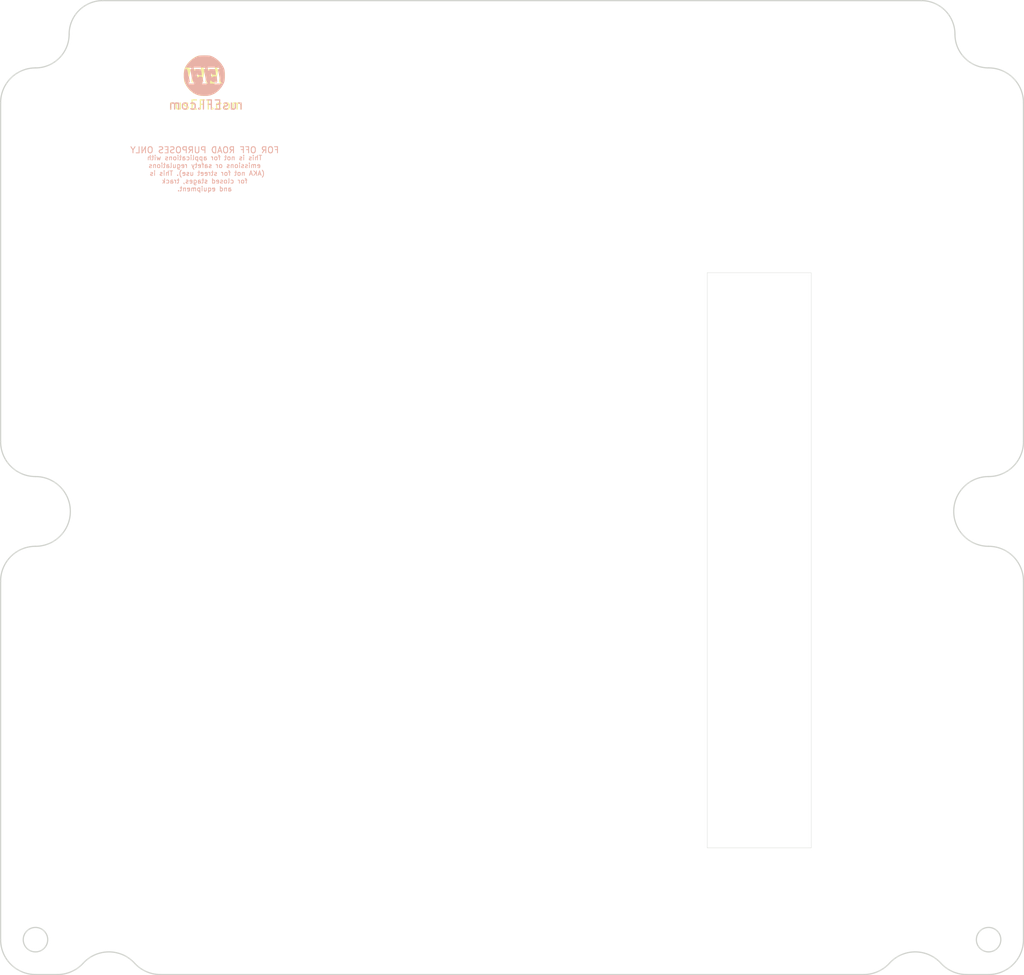
<source format=kicad_pcb>
(kicad_pcb (version 20171130) (host pcbnew "(5.1.7)-1")

  (general
    (thickness 1.6)
    (drawings 40)
    (tracks 0)
    (zones 0)
    (modules 3)
    (nets 1)
  )

  (page A3)
  (layers
    (0 F.Cu signal)
    (31 B.Cu signal)
    (32 B.Adhes user)
    (33 F.Adhes user)
    (34 B.Paste user)
    (35 F.Paste user)
    (36 B.SilkS user)
    (37 F.SilkS user)
    (38 B.Mask user)
    (39 F.Mask user)
    (40 Dwgs.User user)
    (41 Cmts.User user)
    (42 Eco1.User user)
    (43 Eco2.User user)
    (44 Edge.Cuts user)
    (45 Margin user)
    (46 B.CrtYd user)
    (47 F.CrtYd user)
    (48 B.Fab user)
    (49 F.Fab user)
  )

  (setup
    (last_trace_width 0.25)
    (trace_clearance 0.2)
    (zone_clearance 0.508)
    (zone_45_only no)
    (trace_min 0.2)
    (via_size 0.8)
    (via_drill 0.4)
    (via_min_size 0.4)
    (via_min_drill 0.3)
    (uvia_size 0.3)
    (uvia_drill 0.1)
    (uvias_allowed no)
    (uvia_min_size 0.2)
    (uvia_min_drill 0.1)
    (edge_width 0.05)
    (segment_width 0.2)
    (pcb_text_width 0.3)
    (pcb_text_size 1.5 1.5)
    (mod_edge_width 0.12)
    (mod_text_size 1 1)
    (mod_text_width 0.15)
    (pad_size 1.524 1.524)
    (pad_drill 0.762)
    (pad_to_mask_clearance 0)
    (aux_axis_origin 0 0)
    (visible_elements 7FFFFFFF)
    (pcbplotparams
      (layerselection 0x010fc_ffffffff)
      (usegerberextensions true)
      (usegerberattributes true)
      (usegerberadvancedattributes true)
      (creategerberjobfile true)
      (excludeedgelayer false)
      (linewidth 0.100000)
      (plotframeref false)
      (viasonmask false)
      (mode 1)
      (useauxorigin false)
      (hpglpennumber 1)
      (hpglpenspeed 20)
      (hpglpendiameter 15.000000)
      (psnegative false)
      (psa4output false)
      (plotreference true)
      (plotvalue true)
      (plotinvisibletext false)
      (padsonsilk false)
      (subtractmaskfromsilk false)
      (outputformat 1)
      (mirror false)
      (drillshape 0)
      (scaleselection 1)
      (outputdirectory "gerber/"))
  )

  (net 0 "")

  (net_class Default "This is the default net class."
    (clearance 0.2)
    (trace_width 0.25)
    (via_dia 0.8)
    (via_drill 0.4)
    (uvia_dia 0.3)
    (uvia_drill 0.1)
  )

  (module rusefi:Off_Road_Disclaimer (layer B.Cu) (tedit 5EC64B48) (tstamp 5FB9B81C)
    (at 129.35 78.1 180)
    (fp_text reference G? (at 0 5.715) (layer B.SilkS) hide
      (effects (font (size 1.524 1.524) (thickness 0.3048)) (justify mirror))
    )
    (fp_text value Disclaimer (at 0 8.255) (layer B.SilkS) hide
      (effects (font (size 1.524 1.524) (thickness 0.3048)) (justify mirror))
    )
    (fp_text user "and equipment." (at 0 -3.175) (layer B.SilkS)
      (effects (font (size 0.762 0.762) (thickness 0.127)) (justify mirror))
    )
    (fp_text user "for closed stages, track" (at 0 -1.905) (layer B.SilkS)
      (effects (font (size 0.762 0.762) (thickness 0.127)) (justify mirror))
    )
    (fp_text user "(AKA not for street use). This is " (at -0.127 -0.635) (layer B.SilkS)
      (effects (font (size 0.762 0.762) (thickness 0.127)) (justify mirror))
    )
    (fp_text user "emissions or safety regulations" (at 0 0.635) (layer B.SilkS)
      (effects (font (size 0.762 0.762) (thickness 0.127)) (justify mirror))
    )
    (fp_text user "This is not for applications with" (at 0 1.905) (layer B.SilkS)
      (effects (font (size 0.762 0.762) (thickness 0.127)) (justify mirror))
    )
    (fp_text user "FOR OFF ROAD PURPOSES ONLY" (at 0 3.175) (layer B.SilkS)
      (effects (font (size 1 1) (thickness 0.15)) (justify mirror))
    )
  )

  (module rusefi:LOGO (layer F.Cu) (tedit 5C163912) (tstamp 5FB9B54F)
    (at 129.3 62.8)
    (fp_text reference G? (at 0 4.14782) (layer F.SilkS) hide
      (effects (font (size 1.524 1.524) (thickness 0.3048)))
    )
    (fp_text value LOGO (at 0 -4.14782) (layer F.SilkS) hide
      (effects (font (size 1.524 1.524) (thickness 0.3048)))
    )
    (fp_poly (pts (xy 3.3528 -0.39624) (xy 3.35026 0.29972) (xy 3.19532 0.9906) (xy 2.8956 1.64338)
      (xy 2.46634 2.21996) (xy 2.31394 2.37744) (xy 1.80086 2.794) (xy 1.27508 3.07086)
      (xy 0.68834 3.2258) (xy 0.127 3.27406) (xy -0.46736 3.26898) (xy -0.9271 3.2004)
      (xy -1.05664 3.16484) (xy -1.73482 2.86258) (xy -2.32156 2.41808) (xy -2.8194 1.83134)
      (xy -3.10896 1.3462) (xy -3.21564 1.12776) (xy -3.28422 0.92964) (xy -3.32232 0.70866)
      (xy -3.3401 0.4191) (xy -3.34518 0.01016) (xy -3.34518 -0.04318) (xy -3.3401 -0.46736)
      (xy -3.32486 -0.77216) (xy -3.28676 -1.0033) (xy -3.22072 -1.21158) (xy -3.11658 -1.44272)
      (xy -3.10134 -1.46812) (xy -2.7686 -1.99644) (xy -2.31648 -2.49428) (xy -1.79832 -2.90576)
      (xy -1.47574 -3.09372) (xy -1.23698 -3.20294) (xy -1.03124 -3.2766) (xy -0.80518 -3.31724)
      (xy -0.51562 -3.33756) (xy -0.10922 -3.34264) (xy -0.04064 -3.34264) (xy 0.37846 -3.3401)
      (xy 0.68072 -3.32486) (xy 0.90932 -3.2893) (xy 1.1176 -3.22326) (xy 1.35382 -3.11658)
      (xy 1.44018 -3.0734) (xy 1.97612 -2.73558) (xy 2.47904 -2.28854) (xy 2.88798 -1.78308)
      (xy 2.95656 -1.67132) (xy 3.14706 -1.35382) (xy 2.63906 -1.35382) (xy 2.32664 -1.34112)
      (xy 2.14884 -1.2954) (xy 2.08534 -1.22936) (xy 2.10058 -1.12014) (xy 2.1717 -1.10236)
      (xy 2.26314 -1.05918) (xy 2.26568 -0.90678) (xy 2.25806 -0.86868) (xy 2.2225 -0.6858)
      (xy 2.16916 -0.38608) (xy 2.10058 -0.01778) (xy 2.06248 0.2032) (xy 1.98374 0.60452)
      (xy 1.91516 0.86614) (xy 1.84658 1.016) (xy 1.77038 1.07696) (xy 1.76022 1.0795)
      (xy 1.74752 1.08458) (xy 1.74752 -1.35382) (xy 0.78994 -1.35382) (xy 0.36576 -1.35128)
      (xy 0.08382 -1.33858) (xy -0.08128 -1.31318) (xy -0.15494 -1.27254) (xy -0.17018 -1.22682)
      (xy -0.1016 -1.11506) (xy -0.04318 -1.09982) (xy 0.01524 -1.1049) (xy 0.05334 -1.09728)
      (xy 0.06858 -1.0541) (xy 0.06096 -0.94996) (xy 0.0254 -0.75438) (xy -0.03556 -0.44704)
      (xy -0.127 0) (xy -0.20828 0.39624) (xy -0.27432 0.72898) (xy -0.32004 0.96266)
      (xy -0.33782 1.0668) (xy -0.33782 1.06934) (xy -0.40894 1.09728) (xy -0.46482 1.09982)
      (xy -0.53848 1.12776) (xy -0.53848 -1.35382) (xy -1.49606 -1.35382) (xy -1.92024 -1.35128)
      (xy -2.20218 -1.33858) (xy -2.36728 -1.31318) (xy -2.44094 -1.27254) (xy -2.45618 -1.22682)
      (xy -2.3876 -1.1176) (xy -2.3241 -1.09982) (xy -2.22758 -1.04394) (xy -2.23266 -0.9525)
      (xy -2.26568 -0.8128) (xy -2.3241 -0.5461) (xy -2.39522 -0.19558) (xy -2.4638 0.14732)
      (xy -2.5654 0.62484) (xy -2.65684 0.9398) (xy -2.73304 1.08712) (xy -2.75844 1.09982)
      (xy -2.89814 1.15824) (xy -2.921 1.18618) (xy -2.86512 1.22428) (xy -2.64922 1.25222)
      (xy -2.27838 1.26746) (xy -1.95326 1.27) (xy -0.93218 1.27) (xy -0.93218 1.016)
      (xy -0.97028 0.8128) (xy -1.05918 0.762) (xy -1.17094 0.8255) (xy -1.18618 0.88138)
      (xy -1.25984 0.94996) (xy -1.44526 1.01854) (xy -1.67894 1.07188) (xy -1.905 1.09982)
      (xy -2.06248 1.08712) (xy -2.09042 1.06934) (xy -2.10566 0.96774) (xy -2.09804 0.7493)
      (xy -2.07772 0.55372) (xy -2.0193 0.08382) (xy -1.68656 0.08382) (xy -1.47828 0.10414)
      (xy -1.36144 0.15748) (xy -1.35382 0.17526) (xy -1.3208 0.25908) (xy -1.2446 0.22352)
      (xy -1.1557 0.10414) (xy -1.0922 -0.06858) (xy -1.0922 -0.07112) (xy -1.07442 -0.26416)
      (xy -1.1303 -0.33782) (xy -1.15316 -0.33782) (xy -1.25984 -0.28956) (xy -1.27 -0.254)
      (xy -1.3462 -0.20066) (xy -1.53162 -0.17018) (xy -1.59512 -0.17018) (xy -1.9177 -0.17018)
      (xy -1.83388 -0.635) (xy -1.75006 -1.10236) (xy -1.24714 -1.09982) (xy -0.9652 -1.09474)
      (xy -0.82042 -1.0668) (xy -0.78486 -1.00838) (xy -0.79248 -0.97282) (xy -0.78232 -0.8636)
      (xy -0.72644 -0.84582) (xy -0.635 -0.92202) (xy -0.57658 -1.09728) (xy -0.57404 -1.09982)
      (xy -0.53848 -1.35382) (xy -0.53848 1.12776) (xy -0.57912 1.14554) (xy -0.59182 1.18618)
      (xy -0.51562 1.22936) (xy -0.31496 1.25984) (xy -0.08382 1.27) (xy 0.18542 1.2573)
      (xy 0.3683 1.22428) (xy 0.42418 1.18618) (xy 0.35306 1.11252) (xy 0.28702 1.09982)
      (xy 0.20574 1.07442) (xy 0.18034 0.96774) (xy 0.2032 0.74168) (xy 0.20828 0.70866)
      (xy 0.254 0.44704) (xy 0.29718 0.24892) (xy 0.31242 0.20066) (xy 0.40894 0.12954)
      (xy 0.5842 0.0889) (xy 0.7747 0.0889) (xy 0.90678 0.127) (xy 0.93218 0.17018)
      (xy 0.97282 0.25908) (xy 1.0668 0.2413) (xy 1.16586 0.13716) (xy 1.20904 0.02032)
      (xy 1.22936 -0.19304) (xy 1.17856 -0.254) (xy 1.08204 -0.18542) (xy 0.93218 -0.11684)
      (xy 0.70866 -0.08636) (xy 0.69088 -0.08382) (xy 0.40132 -0.08382) (xy 0.45974 -0.52578)
      (xy 0.50038 -0.7874) (xy 0.54102 -0.9779) (xy 0.5588 -1.03378) (xy 0.6604 -1.06934)
      (xy 0.87884 -1.09474) (xy 1.07188 -1.09982) (xy 1.34112 -1.0922) (xy 1.4732 -1.06172)
      (xy 1.50114 -1.00076) (xy 1.49352 -0.97536) (xy 1.50368 -0.8636) (xy 1.55956 -0.84582)
      (xy 1.651 -0.92202) (xy 1.70942 -1.09728) (xy 1.71196 -1.09982) (xy 1.74752 -1.35382)
      (xy 1.74752 1.08458) (xy 1.61544 1.14046) (xy 1.62306 1.19888) (xy 1.76276 1.2446)
      (xy 2.0193 1.26746) (xy 2.11582 1.27) (xy 2.3876 1.2573) (xy 2.57048 1.22428)
      (xy 2.62382 1.18618) (xy 2.55524 1.10998) (xy 2.49682 1.09982) (xy 2.43586 1.09474)
      (xy 2.39776 1.06426) (xy 2.3876 0.98298) (xy 2.40284 0.82296) (xy 2.44602 0.56134)
      (xy 2.52222 0.17272) (xy 2.57302 -0.08128) (xy 2.67716 -0.56388) (xy 2.77368 -0.89408)
      (xy 2.85496 -1.06426) (xy 2.88544 -1.08712) (xy 3.03276 -1.1811) (xy 3.06324 -1.21666)
      (xy 3.12674 -1.22428) (xy 3.2004 -1.0922) (xy 3.27406 -0.8509) (xy 3.33502 -0.5334)
      (xy 3.3528 -0.39624)) (layer F.SilkS) (width 0.00254))
  )

  (module rusefi:LOGO (layer B.Cu) (tedit 5C163912) (tstamp 5FB9B54B)
    (at 129.3 62.8 180)
    (fp_text reference G? (at 0 -4.14782) (layer B.SilkS) hide
      (effects (font (size 1.524 1.524) (thickness 0.3048)) (justify mirror))
    )
    (fp_text value LOGO (at 0 4.14782) (layer B.SilkS) hide
      (effects (font (size 1.524 1.524) (thickness 0.3048)) (justify mirror))
    )
    (fp_poly (pts (xy 3.3528 0.39624) (xy 3.35026 -0.29972) (xy 3.19532 -0.9906) (xy 2.8956 -1.64338)
      (xy 2.46634 -2.21996) (xy 2.31394 -2.37744) (xy 1.80086 -2.794) (xy 1.27508 -3.07086)
      (xy 0.68834 -3.2258) (xy 0.127 -3.27406) (xy -0.46736 -3.26898) (xy -0.9271 -3.2004)
      (xy -1.05664 -3.16484) (xy -1.73482 -2.86258) (xy -2.32156 -2.41808) (xy -2.8194 -1.83134)
      (xy -3.10896 -1.3462) (xy -3.21564 -1.12776) (xy -3.28422 -0.92964) (xy -3.32232 -0.70866)
      (xy -3.3401 -0.4191) (xy -3.34518 -0.01016) (xy -3.34518 0.04318) (xy -3.3401 0.46736)
      (xy -3.32486 0.77216) (xy -3.28676 1.0033) (xy -3.22072 1.21158) (xy -3.11658 1.44272)
      (xy -3.10134 1.46812) (xy -2.7686 1.99644) (xy -2.31648 2.49428) (xy -1.79832 2.90576)
      (xy -1.47574 3.09372) (xy -1.23698 3.20294) (xy -1.03124 3.2766) (xy -0.80518 3.31724)
      (xy -0.51562 3.33756) (xy -0.10922 3.34264) (xy -0.04064 3.34264) (xy 0.37846 3.3401)
      (xy 0.68072 3.32486) (xy 0.90932 3.2893) (xy 1.1176 3.22326) (xy 1.35382 3.11658)
      (xy 1.44018 3.0734) (xy 1.97612 2.73558) (xy 2.47904 2.28854) (xy 2.88798 1.78308)
      (xy 2.95656 1.67132) (xy 3.14706 1.35382) (xy 2.63906 1.35382) (xy 2.32664 1.34112)
      (xy 2.14884 1.2954) (xy 2.08534 1.22936) (xy 2.10058 1.12014) (xy 2.1717 1.10236)
      (xy 2.26314 1.05918) (xy 2.26568 0.90678) (xy 2.25806 0.86868) (xy 2.2225 0.6858)
      (xy 2.16916 0.38608) (xy 2.10058 0.01778) (xy 2.06248 -0.2032) (xy 1.98374 -0.60452)
      (xy 1.91516 -0.86614) (xy 1.84658 -1.016) (xy 1.77038 -1.07696) (xy 1.76022 -1.0795)
      (xy 1.74752 -1.08458) (xy 1.74752 1.35382) (xy 0.78994 1.35382) (xy 0.36576 1.35128)
      (xy 0.08382 1.33858) (xy -0.08128 1.31318) (xy -0.15494 1.27254) (xy -0.17018 1.22682)
      (xy -0.1016 1.11506) (xy -0.04318 1.09982) (xy 0.01524 1.1049) (xy 0.05334 1.09728)
      (xy 0.06858 1.0541) (xy 0.06096 0.94996) (xy 0.0254 0.75438) (xy -0.03556 0.44704)
      (xy -0.127 0) (xy -0.20828 -0.39624) (xy -0.27432 -0.72898) (xy -0.32004 -0.96266)
      (xy -0.33782 -1.0668) (xy -0.33782 -1.06934) (xy -0.40894 -1.09728) (xy -0.46482 -1.09982)
      (xy -0.53848 -1.12776) (xy -0.53848 1.35382) (xy -1.49606 1.35382) (xy -1.92024 1.35128)
      (xy -2.20218 1.33858) (xy -2.36728 1.31318) (xy -2.44094 1.27254) (xy -2.45618 1.22682)
      (xy -2.3876 1.1176) (xy -2.3241 1.09982) (xy -2.22758 1.04394) (xy -2.23266 0.9525)
      (xy -2.26568 0.8128) (xy -2.3241 0.5461) (xy -2.39522 0.19558) (xy -2.4638 -0.14732)
      (xy -2.5654 -0.62484) (xy -2.65684 -0.9398) (xy -2.73304 -1.08712) (xy -2.75844 -1.09982)
      (xy -2.89814 -1.15824) (xy -2.921 -1.18618) (xy -2.86512 -1.22428) (xy -2.64922 -1.25222)
      (xy -2.27838 -1.26746) (xy -1.95326 -1.27) (xy -0.93218 -1.27) (xy -0.93218 -1.016)
      (xy -0.97028 -0.8128) (xy -1.05918 -0.762) (xy -1.17094 -0.8255) (xy -1.18618 -0.88138)
      (xy -1.25984 -0.94996) (xy -1.44526 -1.01854) (xy -1.67894 -1.07188) (xy -1.905 -1.09982)
      (xy -2.06248 -1.08712) (xy -2.09042 -1.06934) (xy -2.10566 -0.96774) (xy -2.09804 -0.7493)
      (xy -2.07772 -0.55372) (xy -2.0193 -0.08382) (xy -1.68656 -0.08382) (xy -1.47828 -0.10414)
      (xy -1.36144 -0.15748) (xy -1.35382 -0.17526) (xy -1.3208 -0.25908) (xy -1.2446 -0.22352)
      (xy -1.1557 -0.10414) (xy -1.0922 0.06858) (xy -1.0922 0.07112) (xy -1.07442 0.26416)
      (xy -1.1303 0.33782) (xy -1.15316 0.33782) (xy -1.25984 0.28956) (xy -1.27 0.254)
      (xy -1.3462 0.20066) (xy -1.53162 0.17018) (xy -1.59512 0.17018) (xy -1.9177 0.17018)
      (xy -1.83388 0.635) (xy -1.75006 1.10236) (xy -1.24714 1.09982) (xy -0.9652 1.09474)
      (xy -0.82042 1.0668) (xy -0.78486 1.00838) (xy -0.79248 0.97282) (xy -0.78232 0.8636)
      (xy -0.72644 0.84582) (xy -0.635 0.92202) (xy -0.57658 1.09728) (xy -0.57404 1.09982)
      (xy -0.53848 1.35382) (xy -0.53848 -1.12776) (xy -0.57912 -1.14554) (xy -0.59182 -1.18618)
      (xy -0.51562 -1.22936) (xy -0.31496 -1.25984) (xy -0.08382 -1.27) (xy 0.18542 -1.2573)
      (xy 0.3683 -1.22428) (xy 0.42418 -1.18618) (xy 0.35306 -1.11252) (xy 0.28702 -1.09982)
      (xy 0.20574 -1.07442) (xy 0.18034 -0.96774) (xy 0.2032 -0.74168) (xy 0.20828 -0.70866)
      (xy 0.254 -0.44704) (xy 0.29718 -0.24892) (xy 0.31242 -0.20066) (xy 0.40894 -0.12954)
      (xy 0.5842 -0.0889) (xy 0.7747 -0.0889) (xy 0.90678 -0.127) (xy 0.93218 -0.17018)
      (xy 0.97282 -0.25908) (xy 1.0668 -0.2413) (xy 1.16586 -0.13716) (xy 1.20904 -0.02032)
      (xy 1.22936 0.19304) (xy 1.17856 0.254) (xy 1.08204 0.18542) (xy 0.93218 0.11684)
      (xy 0.70866 0.08636) (xy 0.69088 0.08382) (xy 0.40132 0.08382) (xy 0.45974 0.52578)
      (xy 0.50038 0.7874) (xy 0.54102 0.9779) (xy 0.5588 1.03378) (xy 0.6604 1.06934)
      (xy 0.87884 1.09474) (xy 1.07188 1.09982) (xy 1.34112 1.0922) (xy 1.4732 1.06172)
      (xy 1.50114 1.00076) (xy 1.49352 0.97536) (xy 1.50368 0.8636) (xy 1.55956 0.84582)
      (xy 1.651 0.92202) (xy 1.70942 1.09728) (xy 1.71196 1.09982) (xy 1.74752 1.35382)
      (xy 1.74752 -1.08458) (xy 1.61544 -1.14046) (xy 1.62306 -1.19888) (xy 1.76276 -1.2446)
      (xy 2.0193 -1.26746) (xy 2.11582 -1.27) (xy 2.3876 -1.2573) (xy 2.57048 -1.22428)
      (xy 2.62382 -1.18618) (xy 2.55524 -1.10998) (xy 2.49682 -1.09982) (xy 2.43586 -1.09474)
      (xy 2.39776 -1.06426) (xy 2.3876 -0.98298) (xy 2.40284 -0.82296) (xy 2.44602 -0.56134)
      (xy 2.52222 -0.17272) (xy 2.57302 0.08128) (xy 2.67716 0.56388) (xy 2.77368 0.89408)
      (xy 2.85496 1.06426) (xy 2.88544 1.08712) (xy 3.03276 1.1811) (xy 3.06324 1.21666)
      (xy 3.12674 1.22428) (xy 3.2004 1.0922) (xy 3.27406 0.8509) (xy 3.33502 0.5334)
      (xy 3.3528 0.39624)) (layer B.SilkS) (width 0.00254))
  )

  (gr_text rusEFI.com (at 129.55 67.55) (layer F.SilkS) (tstamp 5FB9B554)
    (effects (font (size 1.5 1.5) (thickness 0.2)))
  )
  (gr_text rusEFI.com (at 129.55 67.55) (layer B.SilkS) (tstamp 5FB9B553)
    (effects (font (size 1.5 1.5) (thickness 0.2)) (justify mirror))
  )
  (gr_line (start 96 122.6) (end 96 67.2) (layer Edge.Cuts) (width 0.2))
  (gr_line (start 211.5 189) (end 211.5 95) (layer Edge.Cuts) (width 0.05) (tstamp 5FB9B16E))
  (gr_line (start 228.5 189) (end 211.5 189) (layer Edge.Cuts) (width 0.05))
  (gr_line (start 228.5 95) (end 228.5 189) (layer Edge.Cuts) (width 0.05))
  (gr_line (start 211.5 95) (end 228.5 95) (layer Edge.Cuts) (width 0.05))
  (gr_circle (center 257.5 204) (end 259.5 204) (layer Edge.Cuts) (width 0.2))
  (gr_arc (start 257.5 134) (end 257.5 128.3) (angle -180) (layer Edge.Cuts) (width 0.2))
  (gr_line (start 246.5 50.5) (end 112.7 50.5) (layer Edge.Cuts) (width 0.2))
  (gr_line (start 228.5 189) (end 228.5 95) (layer Dwgs.User) (width 0.2))
  (gr_line (start 257.5 209.7) (end 253.906546 209.7) (layer Edge.Cuts) (width 0.2))
  (gr_arc (start 101.7 204) (end 96 204) (angle -90) (layer Edge.Cuts) (width 0.2))
  (gr_arc (start 257.5 204) (end 257.5 209.7) (angle -90) (layer Edge.Cuts) (width 0.2))
  (gr_arc (start 101.7 145.4) (end 101.7 139.7) (angle -90) (layer Edge.Cuts) (width 0.2))
  (gr_arc (start 257.5 56) (end 252.000001 56) (angle -90) (layer Edge.Cuts) (width 0.2))
  (gr_arc (start 101.7 134) (end 101.7 139.7) (angle -180) (layer Edge.Cuts) (width 0.2))
  (gr_arc (start 112.7 56) (end 112.7 50.5) (angle -90) (layer Edge.Cuts) (width 0.2))
  (gr_line (start 263.2 204) (end 263.2 145.4) (layer Edge.Cuts) (width 0.2))
  (gr_arc (start 257.5 67.2) (end 263.2 67.2) (angle -90) (layer Edge.Cuts) (width 0.2))
  (gr_arc (start 237.093455 204) (end 237.093455 209.7) (angle -47.5) (layer Edge.Cuts) (width 0.2))
  (gr_line (start 101.7 209.7) (end 105.293455 209.7) (layer Edge.Cuts) (width 0.2))
  (gr_arc (start 253.906546 204) (end 249.703273 207.849999) (angle -47.5) (layer Edge.Cuts) (width 0.2))
  (gr_circle (center 101.7 204) (end 103.7 204) (layer Edge.Cuts) (width 0.2))
  (gr_arc (start 101.7 67.2) (end 101.7 61.5) (angle -90) (layer Edge.Cuts) (width 0.2))
  (gr_arc (start 122.106546 204) (end 117.903273 207.849999) (angle -47.5) (layer Edge.Cuts) (width 0.2))
  (gr_arc (start 101.7 122.6) (end 96 122.6) (angle -90) (layer Edge.Cuts) (width 0.2))
  (gr_line (start 228.5 189) (end 211.5 189) (layer Dwgs.User) (width 0.2))
  (gr_arc (start 101.7 56) (end 101.7 61.5) (angle -90) (layer Edge.Cuts) (width 0.2))
  (gr_arc (start 246.5 56) (end 252.000001 56) (angle -90) (layer Edge.Cuts) (width 0.2))
  (gr_arc (start 113.7 211.7) (end 117.903273 207.85) (angle -95) (layer Edge.Cuts) (width 0.2))
  (gr_arc (start 245.5 211.7) (end 249.703273 207.85) (angle -95) (layer Edge.Cuts) (width 0.2))
  (gr_arc (start 105.293455 204) (end 105.293455 209.7) (angle -47.5) (layer Edge.Cuts) (width 0.2))
  (gr_line (start 211.5 189) (end 211.5 95) (layer Dwgs.User) (width 0.2))
  (gr_line (start 228.5 95) (end 211.5 95) (layer Dwgs.User) (width 0.2))
  (gr_line (start 237.093455 209.7) (end 122.106546 209.7) (layer Edge.Cuts) (width 0.2))
  (gr_line (start 263.2 122.6) (end 263.2 67.2) (layer Edge.Cuts) (width 0.2))
  (gr_arc (start 257.5 122.6) (end 257.5 128.300001) (angle -90) (layer Edge.Cuts) (width 0.2))
  (gr_arc (start 257.5 145.4) (end 263.199999 145.4) (angle -90) (layer Edge.Cuts) (width 0.2))
  (gr_line (start 96 204) (end 96 145.4) (layer Edge.Cuts) (width 0.2))

)

</source>
